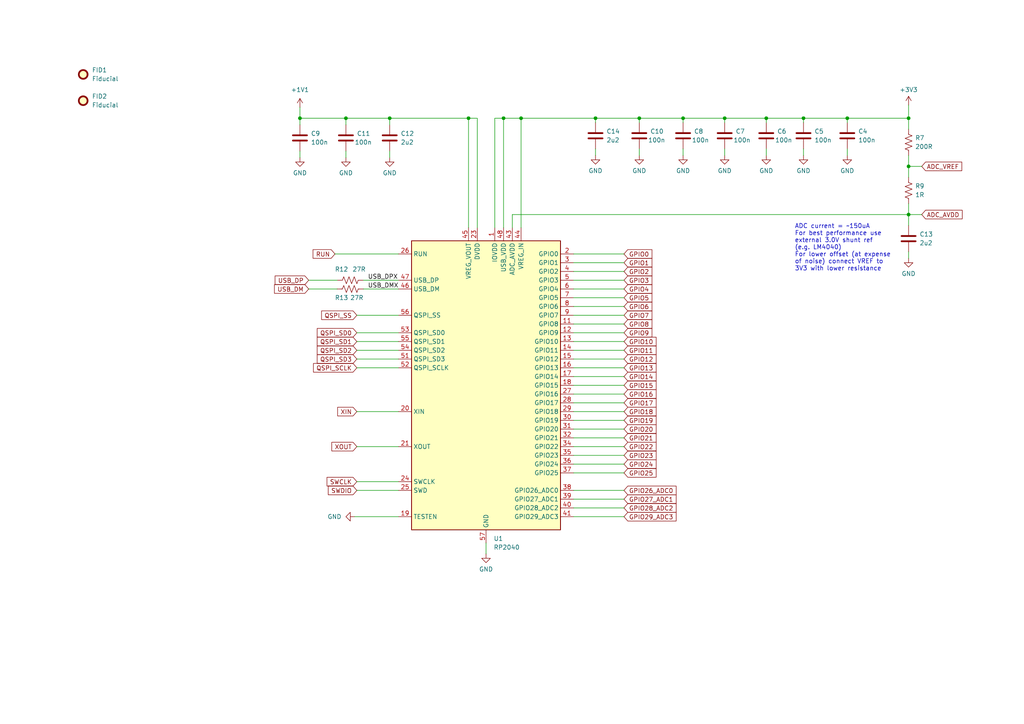
<source format=kicad_sch>
(kicad_sch (version 20231120) (generator "eeschema") (generator_version "8.0")
  (paper "A4")
  (title_block (title "project piCo - RP2040") (date "2024-08-05") (rev "4") (company "Carlos Sabogal"))
  (lib_symbols
    (symbol "Device:C" (pin_numbers hide) (pin_names (offset 0.254))
      (property "Reference" "C" (at 0.635 2.54 0))
      (property "Value" "C" (at 0.635 -2.54 0))
      (symbol "C_0_1"
        (polyline (pts (xy -2.032 -0.762) (xy 2.032 -0.762)) (stroke (width 0.508)))
        (polyline (pts (xy -2.032 0.762) (xy 2.032 0.762)) (stroke (width 0.508)))
      )
      (symbol "C_1_1"
        (pin passive line (at 0 3.81 270) (length 2.794) (name "~") (number "1"))
        (pin passive line (at 0 -3.81 90) (length 2.794) (name "~") (number "2"))
      )
    )
    (symbol "Device:R_US" (pin_numbers hide) (pin_names (offset 0))
      (property "Reference" "R" (at 2.54 0 90))
      (property "Value" "R_US" (at -2.54 0 90))
      (symbol "R_US_0_1"
        (polyline (pts (xy 0 -2.286) (xy 0 -2.54)))
        (polyline (pts (xy 0 2.286) (xy 0 2.54)))
        (polyline (pts (xy 0 -0.762) (xy 1.016 -1.143) (xy 0 -1.524) (xy -1.016 -1.905) (xy 0 -2.286)))
        (polyline (pts (xy 0 0.762) (xy 1.016 0.381) (xy 0 0) (xy -1.016 -0.381) (xy 0 -0.762)))
        (polyline (pts (xy 0 2.286) (xy 1.016 1.905) (xy 0 1.524) (xy -1.016 1.143) (xy 0 0.762)))
      )
      (symbol "R_US_1_1"
        (pin passive line (at 0 3.81 270) (length 1.27) (name "~") (number "1"))
        (pin passive line (at 0 -3.81 90) (length 1.27) (name "~") (number "2"))
      )
    )
    (symbol "MCU_RaspberryPi:RP2040"
      (property "Reference" "U" (at 17.78 45.72 0))
      (property "Value" "RP2040" (at 17.78 43.18 0))
      (symbol "RP2040_0_1"
        (rectangle (start -21.59 41.91) (end 21.59 -41.91) (stroke (width 0.254)) (fill (type background)))
      )
      (symbol "RP2040_1_1"
        (pin power_in line (at 2.54 45.72 270) (length 3.81) (name "IOVDD") (number "1"))
        (pin passive line (at 2.54 45.72 270) (length 3.81) hide (name "IOVDD") (number "10"))
        (pin bidirectional line (at 25.4 17.78 180) (length 3.81) (name "GPIO8") (number "11"))
        (pin bidirectional line (at 25.4 15.24 180) (length 3.81) (name "GPIO9") (number "12"))
        (pin bidirectional line (at 25.4 12.7 180) (length 3.81) (name "GPIO10") (number "13"))
        (pin bidirectional line (at 25.4 10.16 180) (length 3.81) (name "GPIO11") (number "14"))
        (pin bidirectional line (at 25.4 7.62 180) (length 3.81) (name "GPIO12") (number "15"))
        (pin bidirectional line (at 25.4 5.08 180) (length 3.81) (name "GPIO13") (number "16"))
        (pin bidirectional line (at 25.4 2.54 180) (length 3.81) (name "GPIO14") (number "17"))
        (pin bidirectional line (at 25.4 0 180) (length 3.81) (name "GPIO15") (number "18"))
        (pin input line (at -25.4 -38.1 0) (length 3.81) (name "TESTEN") (number "19"))
        (pin bidirectional line (at 25.4 38.1 180) (length 3.81) (name "GPIO0") (number "2"))
        (pin input line (at -25.4 -7.62 0) (length 3.81) (name "XIN") (number "20"))
        (pin passive line (at -25.4 -17.78 0) (length 3.81) (name "XOUT") (number "21"))
        (pin passive line (at 2.54 45.72 270) (length 3.81) hide (name "IOVDD") (number "22"))
        (pin power_in line (at -2.54 45.72 270) (length 3.81) (name "DVDD") (number "23"))
        (pin input line (at -25.4 -27.94 0) (length 3.81) (name "SWCLK") (number "24"))
        (pin bidirectional line (at -25.4 -30.48 0) (length 3.81) (name "SWD") (number "25"))
        (pin input line (at -25.4 38.1 0) (length 3.81) (name "RUN") (number "26"))
        (pin bidirectional line (at 25.4 -2.54 180) (length 3.81) (name "GPIO16") (number "27"))
        (pin bidirectional line (at 25.4 -5.08 180) (length 3.81) (name "GPIO17") (number "28"))
        (pin bidirectional line (at 25.4 -7.62 180) (length 3.81) (name "GPIO18") (number "29"))
        (pin bidirectional line (at 25.4 35.56 180) (length 3.81) (name "GPIO1") (number "3"))
        (pin bidirectional line (at 25.4 -10.16 180) (length 3.81) (name "GPIO19") (number "30"))
        (pin bidirectional line (at 25.4 -12.7 180) (length 3.81) (name "GPIO20") (number "31"))
        (pin bidirectional line (at 25.4 -15.24 180) (length 3.81) (name "GPIO21") (number "32"))
        (pin passive line (at 2.54 45.72 270) (length 3.81) hide (name "IOVDD") (number "33"))
        (pin bidirectional line (at 25.4 -17.78 180) (length 3.81) (name "GPIO22") (number "34"))
        (pin bidirectional line (at 25.4 -20.32 180) (length 3.81) (name "GPIO23") (number "35"))
        (pin bidirectional line (at 25.4 -22.86 180) (length 3.81) (name "GPIO24") (number "36"))
        (pin bidirectional line (at 25.4 -25.4 180) (length 3.81) (name "GPIO25") (number "37"))
        (pin bidirectional line (at 25.4 -30.48 180) (length 3.81) (name "GPIO26_ADC0") (number "38"))
        (pin bidirectional line (at 25.4 -33.02 180) (length 3.81) (name "GPIO27_ADC1") (number "39"))
        (pin bidirectional line (at 25.4 33.02 180) (length 3.81) (name "GPIO2") (number "4"))
        (pin bidirectional line (at 25.4 -35.56 180) (length 3.81) (name "GPIO28_ADC2") (number "40"))
        (pin bidirectional line (at 25.4 -38.1 180) (length 3.81) (name "GPIO29_ADC3") (number "41"))
        (pin passive line (at 2.54 45.72 270) (length 3.81) hide (name "IOVDD") (number "42"))
        (pin power_in line (at 7.62 45.72 270) (length 3.81) (name "ADC_AVDD") (number "43"))
        (pin power_in line (at 10.16 45.72 270) (length 3.81) (name "VREG_IN") (number "44"))
        (pin power_out line (at -5.08 45.72 270) (length 3.81) (name "VREG_VOUT") (number "45"))
        (pin bidirectional line (at -25.4 27.94 0) (length 3.81) (name "USB_DM") (number "46"))
        (pin bidirectional line (at -25.4 30.48 0) (length 3.81) (name "USB_DP") (number "47"))
        (pin power_in line (at 5.08 45.72 270) (length 3.81) (name "USB_VDD") (number "48"))
        (pin passive line (at 2.54 45.72 270) (length 3.81) hide (name "IOVDD") (number "49"))
        (pin bidirectional line (at 25.4 30.48 180) (length 3.81) (name "GPIO3") (number "5"))
        (pin passive line (at -2.54 45.72 270) (length 3.81) hide (name "DVDD") (number "50"))
        (pin bidirectional line (at -25.4 7.62 0) (length 3.81) (name "QSPI_SD3") (number "51"))
        (pin output line (at -25.4 5.08 0) (length 3.81) (name "QSPI_SCLK") (number "52"))
        (pin bidirectional line (at -25.4 15.24 0) (length 3.81) (name "QSPI_SD0") (number "53"))
        (pin bidirectional line (at -25.4 10.16 0) (length 3.81) (name "QSPI_SD2") (number "54"))
        (pin bidirectional line (at -25.4 12.7 0) (length 3.81) (name "QSPI_SD1") (number "55"))
        (pin bidirectional line (at -25.4 20.32 0) (length 3.81) (name "QSPI_SS") (number "56"))
        (pin power_in line (at 0 -45.72 90) (length 3.81) (name "GND") (number "57"))
        (pin bidirectional line (at 25.4 27.94 180) (length 3.81) (name "GPIO4") (number "6"))
        (pin bidirectional line (at 25.4 25.4 180) (length 3.81) (name "GPIO5") (number "7"))
        (pin bidirectional line (at 25.4 22.86 180) (length 3.81) (name "GPIO6") (number "8"))
        (pin bidirectional line (at 25.4 20.32 180) (length 3.81) (name "GPIO7") (number "9"))
      )
    )
    (symbol "Mechanical:Fiducial" (exclude_from_sim yes) (in_bom no)
      (property "Reference" "FID" (at 0 5.08 0))
      (property "Value" "Fiducial" (at 0 3.175 0))
      (symbol "Fiducial_0_1"
        (circle (center 0 0) (radius 1.27) (stroke (width 0.508)) (fill (type background)))
      )
    )
    (symbol "power:+1V1" (power) (pin_names (offset 0))
      (property "Value" "+1V1" (at 0 3.556 0))
      (symbol "+1V1_0_1"
        (polyline (pts (xy -0.762 1.27) (xy 0 2.54)))
        (polyline (pts (xy 0 0) (xy 0 2.54)))
        (polyline (pts (xy 0 2.54) (xy 0.762 1.27)))
      )
      (symbol "+1V1_1_1"
        (pin power_in line (at 0 0 90) (length 0) hide (name "+1V1") (number "1"))
      )
    )
    (symbol "power:+3V3" (power) (pin_names (offset 0))
      (property "Value" "+3V3" (at 0 3.556 0))
      (symbol "+3V3_0_1"
        (polyline (pts (xy -0.762 1.27) (xy 0 2.54)))
        (polyline (pts (xy 0 0) (xy 0 2.54)))
        (polyline (pts (xy 0 2.54) (xy 0.762 1.27)))
      )
      (symbol "+3V3_1_1"
        (pin power_in line (at 0 0 90) (length 0) hide (name "+3V3") (number "1"))
      )
    )
    (symbol "power:GND" (power) (pin_names (offset 0))
      (property "Value" "GND" (at 0 -3.81 0))
      (symbol "GND_0_1"
        (polyline (pts (xy 0 0) (xy 0 -1.27) (xy 1.27 -1.27) (xy 0 -2.54) (xy -1.27 -1.27) (xy 0 -1.27)))
      )
      (symbol "GND_1_1"
        (pin power_in line (at 0 0 270) (length 0) hide (name "GND") (number "1"))
      )
    )
  )
  (junction (at 146.05 34.29))
  (junction (at 210.185 34.29))
  (junction (at 151.13 34.29))
  (junction (at 233.045 34.29))
  (junction (at 100.33 34.29))
  (junction (at 198.12 34.29))
  (junction (at 245.745 34.29))
  (junction (at 135.89 34.29))
  (junction (at 263.525 48.26))
  (junction (at 222.25 34.29))
  (junction (at 113.03 34.29))
  (junction (at 86.995 34.29))
  (junction (at 263.525 62.23))
  (junction (at 172.72 34.29))
  (junction (at 263.525 34.29))
  (junction (at 185.42 34.29))
  (wire (pts (xy 263.525 37.465) (xy 263.525 34.29)))
  (wire (pts (xy 115.57 142.24) (xy 103.505 142.24)))
  (wire (pts (xy 143.51 34.29) (xy 146.05 34.29)))
  (wire (pts (xy 146.05 34.29) (xy 146.05 66.04)))
  (wire (pts (xy 148.59 62.23) (xy 263.525 62.23)))
  (wire (pts (xy 166.37 93.98) (xy 180.975 93.98)))
  (wire (pts (xy 166.37 137.16) (xy 180.975 137.16)))
  (wire (pts (xy 140.97 157.48) (xy 140.97 160.655)))
  (wire (pts (xy 105.41 83.82) (xy 115.57 83.82)))
  (wire (pts (xy 263.525 74.93) (xy 263.525 73.025)))
  (wire (pts (xy 263.525 45.085) (xy 263.525 48.26)))
  (wire (pts (xy 245.745 34.29) (xy 245.745 35.56)))
  (wire (pts (xy 100.33 34.29) (xy 100.33 36.195)))
  (wire (pts (xy 135.89 34.29) (xy 138.43 34.29)))
  (wire (pts (xy 166.37 116.84) (xy 180.975 116.84)))
  (wire (pts (xy 115.57 96.52) (xy 103.505 96.52)))
  (wire (pts (xy 166.37 91.44) (xy 180.975 91.44)))
  (wire (pts (xy 245.745 45.085) (xy 245.745 43.18)))
  (wire (pts (xy 115.57 91.44) (xy 103.505 91.44)))
  (wire (pts (xy 113.03 34.29) (xy 135.89 34.29)))
  (wire (pts (xy 263.525 59.055) (xy 263.525 62.23)))
  (wire (pts (xy 222.25 35.56) (xy 222.25 34.29)))
  (wire (pts (xy 166.37 83.82) (xy 180.975 83.82)))
  (wire (pts (xy 166.37 88.9) (xy 180.975 88.9)))
  (wire (pts (xy 115.57 101.6) (xy 103.505 101.6)))
  (wire (pts (xy 263.525 62.23) (xy 267.335 62.23)))
  (wire (pts (xy 210.185 34.29) (xy 222.25 34.29)))
  (wire (pts (xy 166.37 127) (xy 180.975 127)))
  (wire (pts (xy 198.12 35.56) (xy 198.12 34.29)))
  (wire (pts (xy 222.25 45.085) (xy 222.25 43.18)))
  (wire (pts (xy 166.37 81.28) (xy 180.975 81.28)))
  (wire (pts (xy 115.57 106.68) (xy 103.505 106.68)))
  (wire (pts (xy 185.42 34.29) (xy 185.42 35.56)))
  (wire (pts (xy 138.43 34.29) (xy 138.43 66.04)))
  (wire (pts (xy 233.045 34.29) (xy 233.045 35.56)))
  (wire (pts (xy 172.72 34.29) (xy 172.72 35.56)))
  (wire (pts (xy 263.525 62.23) (xy 263.525 65.405)))
  (wire (pts (xy 233.045 45.085) (xy 233.045 43.18)))
  (wire (pts (xy 143.51 34.29) (xy 143.51 66.04)))
  (wire (pts (xy 86.995 34.29) (xy 86.995 36.195)))
  (wire (pts (xy 180.975 144.78) (xy 166.37 144.78)))
  (wire (pts (xy 166.37 124.46) (xy 180.975 124.46)))
  (wire (pts (xy 166.37 119.38) (xy 180.975 119.38)))
  (wire (pts (xy 166.37 106.68) (xy 180.975 106.68)))
  (wire (pts (xy 166.37 73.66) (xy 180.975 73.66)))
  (wire (pts (xy 135.89 34.29) (xy 135.89 66.04)))
  (wire (pts (xy 100.33 45.72) (xy 100.33 43.815)))
  (wire (pts (xy 115.57 139.7) (xy 103.505 139.7)))
  (wire (pts (xy 166.37 111.76) (xy 180.975 111.76)))
  (wire (pts (xy 86.995 31.115) (xy 86.995 34.29)))
  (wire (pts (xy 115.57 119.38) (xy 103.505 119.38)))
  (wire (pts (xy 166.37 96.52) (xy 180.975 96.52)))
  (wire (pts (xy 233.045 34.29) (xy 245.745 34.29)))
  (wire (pts (xy 146.05 34.29) (xy 151.13 34.29)))
  (wire (pts (xy 151.13 34.29) (xy 151.13 66.04)))
  (wire (pts (xy 166.37 99.06) (xy 180.975 99.06)))
  (wire (pts (xy 263.525 48.26) (xy 267.335 48.26)))
  (wire (pts (xy 222.25 34.29) (xy 233.045 34.29)))
  (wire (pts (xy 151.13 34.29) (xy 172.72 34.29)))
  (wire (pts (xy 166.37 132.08) (xy 180.975 132.08)))
  (wire (pts (xy 263.525 48.26) (xy 263.525 51.435)))
  (wire (pts (xy 210.185 34.29) (xy 210.185 35.56)))
  (wire (pts (xy 198.12 34.29) (xy 210.185 34.29)))
  (wire (pts (xy 89.535 83.82) (xy 97.79 83.82)))
  (wire (pts (xy 263.525 30.48) (xy 263.525 34.29)))
  (wire (pts (xy 115.57 99.06) (xy 103.505 99.06)))
  (wire (pts (xy 185.42 34.29) (xy 198.12 34.29)))
  (wire (pts (xy 89.535 81.28) (xy 97.79 81.28)))
  (wire (pts (xy 166.37 76.2) (xy 180.975 76.2)))
  (wire (pts (xy 172.72 45.085) (xy 172.72 43.18)))
  (wire (pts (xy 166.37 129.54) (xy 180.975 129.54)))
  (wire (pts (xy 180.975 147.32) (xy 166.37 147.32)))
  (wire (pts (xy 113.03 45.72) (xy 113.03 43.815)))
  (wire (pts (xy 105.41 81.28) (xy 115.57 81.28)))
  (wire (pts (xy 166.37 101.6) (xy 180.975 101.6)))
  (wire (pts (xy 180.975 142.24) (xy 166.37 142.24)))
  (wire (pts (xy 210.185 45.085) (xy 210.185 43.18)))
  (wire (pts (xy 97.155 73.66) (xy 115.57 73.66)))
  (wire (pts (xy 166.37 121.92) (xy 180.975 121.92)))
  (wire (pts (xy 115.57 104.14) (xy 103.505 104.14)))
  (wire (pts (xy 166.37 86.36) (xy 180.975 86.36)))
  (wire (pts (xy 166.37 114.3) (xy 180.975 114.3)))
  (wire (pts (xy 166.37 109.22) (xy 180.975 109.22)))
  (wire (pts (xy 263.525 34.29) (xy 245.745 34.29)))
  (wire (pts (xy 166.37 134.62) (xy 180.975 134.62)))
  (wire (pts (xy 185.42 45.085) (xy 185.42 43.18)))
  (wire (pts (xy 172.72 34.29) (xy 185.42 34.29)))
  (wire (pts (xy 148.59 62.23) (xy 148.59 66.04)))
  (wire (pts (xy 115.57 129.54) (xy 103.505 129.54)))
  (wire (pts (xy 86.995 34.29) (xy 100.33 34.29)))
  (wire (pts (xy 180.975 149.86) (xy 166.37 149.86)))
  (wire (pts (xy 102.87 149.86) (xy 115.57 149.86)))
  (wire (pts (xy 166.37 78.74) (xy 180.975 78.74)))
  (wire (pts (xy 198.12 45.085) (xy 198.12 43.18)))
  (wire (pts (xy 113.03 34.29) (xy 113.03 36.195)))
  (wire (pts (xy 100.33 34.29) (xy 113.03 34.29)))
  (wire (pts (xy 86.995 45.72) (xy 86.995 43.815)))
  (wire (pts (xy 166.37 104.14) (xy 180.975 104.14)))
  (text "ADC current = ~150uA\nFor best performance use\nexternal 3.0V shunt ref\n(e.g. LM4040)\nFor lower offset (at expense\nof noise) connect VREF to\n3V3 with lower resistance\n" (at 230.505 78.74 0) (effects (font (size 1.27 1.27)) (justify left bottom)))
  (label "USB_DMX" (at 106.68 83.82 0))
  (label "USB_DPX" (at 106.68 81.28 0))
  (global_label "GPIO1" (shape input) (at 180.975 76.2 0) (property "Intersheetrefs" "${INTERSHEET_REFS}" (effects (hide yes))))
  (global_label "GPIO21" (shape input) (at 180.975 127 0) (property "Intersheetrefs" "${INTERSHEET_REFS}" (effects (hide yes))))
  (global_label "GPIO3" (shape input) (at 180.975 81.28 0) (property "Intersheetrefs" "${INTERSHEET_REFS}" (effects (hide yes))))
  (global_label "QSPI_SD1" (shape input) (at 103.505 99.06 180) (property "Intersheetrefs" "${INTERSHEET_REFS}" (effects (hide yes))))
  (global_label "GPIO25" (shape input) (at 180.975 137.16 0) (property "Intersheetrefs" "${INTERSHEET_REFS}" (effects (hide yes))))
  (global_label "XOUT" (shape input) (at 103.505 129.54 180) (property "Intersheetrefs" "${INTERSHEET_REFS}" (effects (hide yes))))
  (global_label "GPIO19" (shape input) (at 180.975 121.92 0) (property "Intersheetrefs" "${INTERSHEET_REFS}" (effects (hide yes))))
  (global_label "GPIO12" (shape input) (at 180.975 104.14 0) (property "Intersheetrefs" "${INTERSHEET_REFS}" (effects (hide yes))))
  (global_label "GPIO18" (shape input) (at 180.975 119.38 0) (property "Intersheetrefs" "${INTERSHEET_REFS}" (effects (hide yes))))
  (global_label "GPIO2" (shape input) (at 180.975 78.74 0) (property "Intersheetrefs" "${INTERSHEET_REFS}" (effects (hide yes))))
  (global_label "GPIO26_ADC0" (shape input) (at 180.975 142.24 0) (property "Intersheetrefs" "${INTERSHEET_REFS}" (effects (hide yes))))
  (global_label "GPIO8" (shape input) (at 180.975 93.98 0) (property "Intersheetrefs" "${INTERSHEET_REFS}" (effects (hide yes))))
  (global_label "QSPI_SD0" (shape input) (at 103.505 96.52 180) (property "Intersheetrefs" "${INTERSHEET_REFS}" (effects (hide yes))))
  (global_label "XIN" (shape input) (at 103.505 119.38 180) (property "Intersheetrefs" "${INTERSHEET_REFS}" (effects (hide yes))))
  (global_label "GPIO15" (shape input) (at 180.975 111.76 0) (property "Intersheetrefs" "${INTERSHEET_REFS}" (effects (hide yes))))
  (global_label "USB_DM" (shape input) (at 89.535 83.82 180) (property "Intersheetrefs" "${INTERSHEET_REFS}" (effects (hide yes))))
  (global_label "GPIO28_ADC2" (shape input) (at 180.975 147.32 0) (property "Intersheetrefs" "${INTERSHEET_REFS}" (effects (hide yes))))
  (global_label "GPIO27_ADC1" (shape input) (at 180.975 144.78 0) (property "Intersheetrefs" "${INTERSHEET_REFS}" (effects (hide yes))))
  (global_label "GPIO13" (shape input) (at 180.975 106.68 0) (property "Intersheetrefs" "${INTERSHEET_REFS}" (effects (hide yes))))
  (global_label "GPIO9" (shape input) (at 180.975 96.52 0) (property "Intersheetrefs" "${INTERSHEET_REFS}" (effects (hide yes))))
  (global_label "SWCLK" (shape input) (at 103.505 139.7 180) (property "Intersheetrefs" "${INTERSHEET_REFS}" (effects (hide yes))))
  (global_label "QSPI_SD2" (shape input) (at 103.505 101.6 180) (property "Intersheetrefs" "${INTERSHEET_REFS}" (effects (hide yes))))
  (global_label "GPIO22" (shape input) (at 180.975 129.54 0) (property "Intersheetrefs" "${INTERSHEET_REFS}" (effects (hide yes))))
  (global_label "GPIO6" (shape input) (at 180.975 88.9 0) (property "Intersheetrefs" "${INTERSHEET_REFS}" (effects (hide yes))))
  (global_label "GPIO16" (shape input) (at 180.975 114.3 0) (property "Intersheetrefs" "${INTERSHEET_REFS}" (effects (hide yes))))
  (global_label "GPIO17" (shape input) (at 180.975 116.84 0) (property "Intersheetrefs" "${INTERSHEET_REFS}" (effects (hide yes))))
  (global_label "GPIO5" (shape input) (at 180.975 86.36 0) (property "Intersheetrefs" "${INTERSHEET_REFS}" (effects (hide yes))))
  (global_label "GPIO7" (shape input) (at 180.975 91.44 0) (property "Intersheetrefs" "${INTERSHEET_REFS}" (effects (hide yes))))
  (global_label "GPIO20" (shape input) (at 180.975 124.46 0) (property "Intersheetrefs" "${INTERSHEET_REFS}" (effects (hide yes))))
  (global_label "GPIO23" (shape input) (at 180.975 132.08 0) (property "Intersheetrefs" "${INTERSHEET_REFS}" (effects (hide yes))))
  (global_label "GPIO14" (shape input) (at 180.975 109.22 0) (property "Intersheetrefs" "${INTERSHEET_REFS}" (effects (hide yes))))
  (global_label "GPIO10" (shape input) (at 180.975 99.06 0) (property "Intersheetrefs" "${INTERSHEET_REFS}" (effects (hide yes))))
  (global_label "RUN" (shape input) (at 97.155 73.66 180) (property "Intersheetrefs" "${INTERSHEET_REFS}" (effects (hide yes))))
  (global_label "USB_DP" (shape input) (at 89.535 81.28 180) (property "Intersheetrefs" "${INTERSHEET_REFS}" (effects (hide yes))))
  (global_label "GPIO11" (shape input) (at 180.975 101.6 0) (property "Intersheetrefs" "${INTERSHEET_REFS}" (effects (hide yes))))
  (global_label "QSPI_SS" (shape input) (at 103.505 91.44 180) (property "Intersheetrefs" "${INTERSHEET_REFS}" (effects (hide yes))))
  (global_label "GPIO24" (shape input) (at 180.975 134.62 0) (property "Intersheetrefs" "${INTERSHEET_REFS}" (effects (hide yes))))
  (global_label "GPIO29_ADC3" (shape input) (at 180.975 149.86 0) (property "Intersheetrefs" "${INTERSHEET_REFS}" (effects (hide yes))))
  (global_label "ADC_VREF" (shape input) (at 267.335 48.26 0) (property "Intersheetrefs" "${INTERSHEET_REFS}" (effects (hide yes))))
  (global_label "GPIO4" (shape input) (at 180.975 83.82 0) (property "Intersheetrefs" "${INTERSHEET_REFS}" (effects (hide yes))))
  (global_label "QSPI_SD3" (shape input) (at 103.505 104.14 180) (property "Intersheetrefs" "${INTERSHEET_REFS}" (effects (hide yes))))
  (global_label "QSPI_SCLK" (shape input) (at 103.505 106.68 180) (property "Intersheetrefs" "${INTERSHEET_REFS}" (effects (hide yes))))
  (global_label "SWDIO" (shape input) (at 103.505 142.24 180) (property "Intersheetrefs" "${INTERSHEET_REFS}" (effects (hide yes))))
  (global_label "ADC_AVDD" (shape input) (at 267.335 62.23 0) (property "Intersheetrefs" "${INTERSHEET_REFS}" (effects (hide yes))))
  (global_label "GPIO0" (shape input) (at 180.975 73.66 0) (property "Intersheetrefs" "${INTERSHEET_REFS}" (effects (hide yes))))
  (symbol (lib_id "Mechanical:Fiducial") (at 24.13 29.21 0) (unit 1) (exclude_from_sim yes) (in_bom no)
    (property "Reference" "FID2" (at 26.67 27.9399 0) (effects (justify left)))
    (property "Value" "Fiducial" (at 26.67 30.4799 0) (effects (justify left)))
    (property "Footprint" "Fiducial:Fiducial_1mm_Mask2mm" (effects (hide yes)))
    (property "Description" "Fiducial Marker" (effects (hide yes)))
  )
  (symbol (lib_id "Device:C") (at 210.185 39.37 0) (unit 1)
    (property "Reference" "C7" (at 213.36 38.1 0) (effects (justify left)))
    (property "Value" "100n" (at 212.725 40.64 0) (effects (justify left)))
    (property "Footprint" "Capacitor_SMD:C_0201_0603Metric" (effects (hide yes)))
  )
  (symbol (lib_id "Device:C") (at 185.42 39.37 0) (unit 1)
    (property "Reference" "C10" (at 188.595 38.1 0) (effects (justify left)))
    (property "Value" "100n" (at 187.96 40.64 0) (effects (justify left)))
    (property "Footprint" "Capacitor_SMD:C_0201_0603Metric" (effects (hide yes)))
  )
  (symbol (lib_id "power:GND") (at 233.045 45.085 0) (unit 1)
    (property "Reference" "#PWR039" (effects (hide yes)))
    (property "Value" "GND" (at 233.045 49.53 0))
  )
  (symbol (lib_id "power:GND") (at 100.33 45.72 0) (unit 1)
    (property "Reference" "#PWR044" (effects (hide yes)))
    (property "Value" "GND" (at 100.33 50.165 0))
  )
  (symbol (lib_id "power:GND") (at 185.42 45.085 0) (unit 1)
    (property "Reference" "#PWR035" (effects (hide yes)))
    (property "Value" "GND" (at 185.42 49.53 0))
  )
  (symbol (lib_id "power:GND") (at 210.185 45.085 0) (unit 1)
    (property "Reference" "#PWR036" (effects (hide yes)))
    (property "Value" "GND" (at 210.185 49.53 0))
  )
  (symbol (lib_id "Device:R_US") (at 263.525 55.245 0) (unit 1)
    (property "Reference" "R9" (at 265.43 53.9749 0) (effects (justify left)))
    (property "Value" "1R" (at 265.43 56.5149 0) (effects (justify left)))
    (property "Footprint" "Resistor_SMD:R_0402_1005Metric" (effects (hide yes)))
  )
  (symbol (lib_id "power:GND") (at 86.995 45.72 0) (unit 1)
    (property "Reference" "#PWR033" (effects (hide yes)))
    (property "Value" "GND" (at 86.995 50.165 0))
  )
  (symbol (lib_id "power:GND") (at 245.745 45.085 0) (unit 1)
    (property "Reference" "#PWR042" (effects (hide yes)))
    (property "Value" "GND" (at 245.745 49.53 0))
  )
  (symbol (lib_id "Device:C") (at 86.995 40.005 0) (unit 1)
    (property "Reference" "C9" (at 90.17 38.735 0) (effects (justify left)))
    (property "Value" "100n" (at 90.17 41.275 0) (effects (justify left)))
    (property "Footprint" "Capacitor_SMD:C_0201_0603Metric" (effects (hide yes)))
  )
  (symbol (lib_id "Device:C") (at 100.33 40.005 0) (unit 1)
    (property "Reference" "C11" (at 103.505 38.735 0) (effects (justify left)))
    (property "Value" "100n" (at 102.87 41.275 0) (effects (justify left)))
    (property "Footprint" "Capacitor_SMD:C_0201_0603Metric" (effects (hide yes)))
  )
  (symbol (lib_id "power:+3V3") (at 263.525 30.48 0) (unit 1)
    (property "Reference" "#PWR041" (effects (hide yes)))
    (property "Value" "+3V3" (at 263.525 26.035 0))
  )
  (symbol (lib_id "power:GND") (at 198.12 45.085 0) (unit 1)
    (property "Reference" "#PWR040" (effects (hide yes)))
    (property "Value" "GND" (at 198.12 49.53 0))
  )
  (symbol (lib_id "Device:C") (at 198.12 39.37 0) (unit 1)
    (property "Reference" "C8" (at 201.295 38.1 0) (effects (justify left)))
    (property "Value" "100n" (at 200.66 40.64 0) (effects (justify left)))
    (property "Footprint" "Capacitor_SMD:C_0201_0603Metric" (effects (hide yes)))
  )
  (symbol (lib_id "power:+1V1") (at 86.995 31.115 0) (unit 1)
    (property "Reference" "#PWR032" (effects (hide yes)))
    (property "Value" "+1V1" (at 86.995 26.035 0))
  )
  (symbol (lib_id "Device:C") (at 222.25 39.37 0) (unit 1)
    (property "Reference" "C6" (at 225.425 38.1 0) (effects (justify left)))
    (property "Value" "100n" (at 224.79 40.64 0) (effects (justify left)))
    (property "Footprint" "Capacitor_SMD:C_0201_0603Metric" (effects (hide yes)))
  )
  (symbol (lib_id "Device:C") (at 233.045 39.37 0) (unit 1)
    (property "Reference" "C5" (at 236.22 38.1 0) (effects (justify left)))
    (property "Value" "100n" (at 236.22 40.64 0) (effects (justify left)))
    (property "Footprint" "Capacitor_SMD:C_0201_0603Metric" (effects (hide yes)))
  )
  (symbol (lib_id "power:GND") (at 113.03 45.72 0) (unit 1)
    (property "Reference" "#PWR031" (effects (hide yes)))
    (property "Value" "GND" (at 113.03 50.165 0))
  )
  (symbol (lib_id "power:GND") (at 102.87 149.86 270) (unit 1)
    (property "Reference" "#PWR030" (effects (hide yes)))
    (property "Value" "GND" (at 99.06 149.86 90) (effects (justify right)))
  )
  (symbol (lib_id "power:GND") (at 172.72 45.085 0) (unit 1)
    (property "Reference" "#PWR037" (effects (hide yes)))
    (property "Value" "GND" (at 172.72 49.53 0))
  )
  (symbol (lib_id "Device:C") (at 172.72 39.37 0) (unit 1)
    (property "Reference" "C14" (at 175.895 38.1 0) (effects (justify left)))
    (property "Value" "2u2" (at 175.895 40.64 0) (effects (justify left)))
    (property "Footprint" "Capacitor_SMD:C_0402_1005Metric" (effects (hide yes)))
  )
  (symbol (lib_id "Mechanical:Fiducial") (at 24.13 21.59 0) (unit 1) (exclude_from_sim yes) (in_bom no)
    (property "Reference" "FID1" (at 26.67 20.3199 0) (effects (justify left)))
    (property "Value" "Fiducial" (at 26.67 22.8599 0) (effects (justify left)))
    (property "Footprint" "Fiducial:Fiducial_1mm_Mask2mm" (effects (hide yes)))
    (property "Description" "Fiducial Marker" (effects (hide yes)))
  )
  (symbol (lib_id "Device:C") (at 245.745 39.37 0) (unit 1)
    (property "Reference" "C4" (at 248.92 38.1 0) (effects (justify left)))
    (property "Value" "100n" (at 248.92 40.64 0) (effects (justify left)))
    (property "Footprint" "Capacitor_SMD:C_0201_0603Metric" (effects (hide yes)))
  )
  (symbol (lib_id "power:GND") (at 263.525 74.93 0) (unit 1)
    (property "Reference" "#PWR045" (effects (hide yes)))
    (property "Value" "GND" (at 263.525 79.375 0))
  )
  (symbol (lib_id "Device:R_US") (at 263.525 41.275 0) (unit 1)
    (property "Reference" "R7" (at 265.43 40.0049 0) (effects (justify left)))
    (property "Value" "200R" (at 265.43 42.5449 0) (effects (justify left)))
    (property "Footprint" "Resistor_SMD:R_0603_1608Metric" (effects (hide yes)))
  )
  (symbol (lib_id "MCU_RaspberryPi:RP2040") (at 140.97 111.76 0) (unit 1)
    (property "Reference" "U1" (at 143.1641 156.21 0) (effects (justify left)))
    (property "Value" "RP2040" (at 143.1641 158.75 0) (effects (justify left)))
    (property "Footprint" "Package_DFN_QFN:QFN-56-1EP_7x7mm_P0.4mm_EP3.2x3.2mm" (effects (hide yes)))
    (property "Datasheet" "https://datasheets.raspberrypi.com/rp2040/rp2040-datasheet.pdf" (effects (hide yes)))
    (property "Description" "A microcontroller by Raspberry Pi" (effects (hide yes)))
  )
  (symbol (lib_id "Device:C") (at 263.525 69.215 0) (unit 1)
    (property "Reference" "C13" (at 266.7 67.945 0) (effects (justify left)))
    (property "Value" "2u2" (at 266.7 70.485 0) (effects (justify left)))
    (property "Footprint" "Capacitor_SMD:C_0402_1005Metric" (effects (hide yes)))
  )
  (symbol (lib_id "power:GND") (at 140.97 160.655 0) (unit 1)
    (property "Reference" "#PWR034" (effects (hide yes)))
    (property "Value" "GND" (at 140.97 165.1 0))
  )
  (symbol (lib_id "Device:R_US") (at 101.6 83.82 90) (unit 1)
    (property "Reference" "R13" (at 99.06 86.36 90))
    (property "Value" "27R" (at 103.505 86.36 90))
    (property "Footprint" "Resistor_SMD:R_0201_0603Metric" (effects (hide yes)))
  )
  (symbol (lib_id "Device:C") (at 113.03 40.005 0) (unit 1)
    (property "Reference" "C12" (at 116.205 38.735 0) (effects (justify left)))
    (property "Value" "2u2" (at 116.205 41.275 0) (effects (justify left)))
    (property "Footprint" "Capacitor_SMD:C_0402_1005Metric" (effects (hide yes)))
  )
  (symbol (lib_id "power:GND") (at 222.25 45.085 0) (unit 1)
    (property "Reference" "#PWR038" (effects (hide yes)))
    (property "Value" "GND" (at 222.25 49.53 0))
  )
  (symbol (lib_id "Device:R_US") (at 101.6 81.28 90) (unit 1)
    (property "Reference" "R12" (at 99.06 78.105 90))
    (property "Value" "27R" (at 104.14 78.105 90))
    (property "Footprint" "Resistor_SMD:R_0201_0603Metric" (effects (hide yes)))
  )
)
</source>
